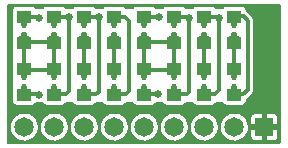
<source format=gtl>
G04 #@! TF.FileFunction,Copper,L1,Top,Signal*
%FSLAX46Y46*%
G04 Gerber Fmt 4.6, Leading zero omitted, Abs format (unit mm)*
G04 Created by KiCad (PCBNEW (2015-09-24 BZR 6212, Git 41e96e0)-product) date Fri 25 Sep 2015 09:42:02 AM CEST*
%MOMM*%
G01*
G04 APERTURE LIST*
%ADD10C,0.150000*%
%ADD11R,1.650000X1.650000*%
%ADD12C,1.650000*%
%ADD13R,1.300000X1.000000*%
%ADD14R,0.900000X0.800000*%
%ADD15R,0.600000X0.800000*%
%ADD16R,0.430000X0.280000*%
%ADD17C,0.635000*%
%ADD18C,0.300000*%
%ADD19C,0.200000*%
G04 APERTURE END LIST*
D10*
D11*
X101600000Y-91440000D03*
D12*
X99060000Y-91440000D03*
X96520000Y-91440000D03*
X93980000Y-91440000D03*
X91440000Y-91440000D03*
X88900000Y-91440000D03*
X86360000Y-91440000D03*
X83820000Y-91440000D03*
X81280000Y-91440000D03*
D13*
X96520000Y-86530000D03*
X96520000Y-88730000D03*
D14*
X96520000Y-86730000D03*
X96520000Y-88530000D03*
D15*
X96520000Y-86980000D03*
X96520000Y-88280000D03*
D16*
X96520000Y-87375000D03*
X96520000Y-87885000D03*
D13*
X83820000Y-86530000D03*
X83820000Y-88730000D03*
D14*
X83820000Y-86730000D03*
X83820000Y-88530000D03*
D15*
X83820000Y-86980000D03*
X83820000Y-88280000D03*
D16*
X83820000Y-87375000D03*
X83820000Y-87885000D03*
D13*
X86360000Y-86530000D03*
X86360000Y-88730000D03*
D14*
X86360000Y-86730000D03*
X86360000Y-88530000D03*
D15*
X86360000Y-86980000D03*
X86360000Y-88280000D03*
D16*
X86360000Y-87375000D03*
X86360000Y-87885000D03*
D13*
X88900000Y-86530000D03*
X88900000Y-88730000D03*
D14*
X88900000Y-86730000D03*
X88900000Y-88530000D03*
D15*
X88900000Y-86980000D03*
X88900000Y-88280000D03*
D16*
X88900000Y-87375000D03*
X88900000Y-87885000D03*
D13*
X91440000Y-86530000D03*
X91440000Y-88730000D03*
D14*
X91440000Y-86730000D03*
X91440000Y-88530000D03*
D15*
X91440000Y-86980000D03*
X91440000Y-88280000D03*
D16*
X91440000Y-87375000D03*
X91440000Y-87885000D03*
D13*
X93980000Y-86530000D03*
X93980000Y-88730000D03*
D14*
X93980000Y-86730000D03*
X93980000Y-88530000D03*
D15*
X93980000Y-86980000D03*
X93980000Y-88280000D03*
D16*
X93980000Y-87375000D03*
X93980000Y-87885000D03*
D13*
X99060000Y-86530000D03*
X99060000Y-88730000D03*
D14*
X99060000Y-86730000D03*
X99060000Y-88530000D03*
D15*
X99060000Y-86980000D03*
X99060000Y-88280000D03*
D16*
X99060000Y-87375000D03*
X99060000Y-87885000D03*
D13*
X96520000Y-82085000D03*
X96520000Y-84285000D03*
D14*
X96520000Y-82285000D03*
X96520000Y-84085000D03*
D15*
X96520000Y-82535000D03*
X96520000Y-83835000D03*
D16*
X96520000Y-82930000D03*
X96520000Y-83440000D03*
D13*
X99060000Y-82085000D03*
X99060000Y-84285000D03*
D14*
X99060000Y-82285000D03*
X99060000Y-84085000D03*
D15*
X99060000Y-82535000D03*
X99060000Y-83835000D03*
D16*
X99060000Y-82930000D03*
X99060000Y-83440000D03*
D13*
X81280000Y-86530000D03*
X81280000Y-88730000D03*
D14*
X81280000Y-86730000D03*
X81280000Y-88530000D03*
D15*
X81280000Y-86980000D03*
X81280000Y-88280000D03*
D16*
X81280000Y-87375000D03*
X81280000Y-87885000D03*
D13*
X86360000Y-82085000D03*
X86360000Y-84285000D03*
D14*
X86360000Y-82285000D03*
X86360000Y-84085000D03*
D15*
X86360000Y-82535000D03*
X86360000Y-83835000D03*
D16*
X86360000Y-82930000D03*
X86360000Y-83440000D03*
D13*
X88900000Y-82085000D03*
X88900000Y-84285000D03*
D14*
X88900000Y-82285000D03*
X88900000Y-84085000D03*
D15*
X88900000Y-82535000D03*
X88900000Y-83835000D03*
D16*
X88900000Y-82930000D03*
X88900000Y-83440000D03*
D13*
X81280000Y-82085000D03*
X81280000Y-84285000D03*
D14*
X81280000Y-82285000D03*
X81280000Y-84085000D03*
D15*
X81280000Y-82535000D03*
X81280000Y-83835000D03*
D16*
X81280000Y-82930000D03*
X81280000Y-83440000D03*
D13*
X83820000Y-82085000D03*
X83820000Y-84285000D03*
D14*
X83820000Y-82285000D03*
X83820000Y-84085000D03*
D15*
X83820000Y-82535000D03*
X83820000Y-83835000D03*
D16*
X83820000Y-82930000D03*
X83820000Y-83440000D03*
D13*
X91440000Y-82085000D03*
X91440000Y-84285000D03*
D14*
X91440000Y-82285000D03*
X91440000Y-84085000D03*
D15*
X91440000Y-82535000D03*
X91440000Y-83835000D03*
D16*
X91440000Y-82930000D03*
X91440000Y-83440000D03*
D13*
X93980000Y-82085000D03*
X93980000Y-84285000D03*
D14*
X93980000Y-82285000D03*
X93980000Y-84085000D03*
D15*
X93980000Y-82535000D03*
X93980000Y-83835000D03*
D16*
X93980000Y-82930000D03*
X93980000Y-83440000D03*
D17*
X81275000Y-84225000D03*
X83825000Y-84225000D03*
X91450000Y-84225000D03*
X86350000Y-84225000D03*
X88900000Y-84225000D03*
X93975000Y-84225000D03*
X99075000Y-84225000D03*
X96525000Y-84225000D03*
X82550000Y-82169000D03*
X82550000Y-88700000D03*
X85090000Y-82105500D03*
X87566500Y-82105500D03*
X88900000Y-88675000D03*
X92600000Y-88670000D03*
X92710000Y-82105500D03*
X95250000Y-82200000D03*
X97790000Y-82169000D03*
X99060000Y-88696800D03*
D18*
X91473020Y-86614000D02*
X91440000Y-86580980D01*
X93980000Y-86580980D02*
X93946980Y-86614000D01*
X81275000Y-84225000D02*
X81290980Y-84209020D01*
X81290980Y-84209020D02*
X81305000Y-84209020D01*
X83825000Y-84225000D02*
X83840980Y-84209020D01*
X83845000Y-84209020D02*
X83840980Y-84209020D01*
X91450000Y-84225000D02*
X91440000Y-84215000D01*
X91440000Y-84209020D02*
X91440000Y-84215000D01*
X94005000Y-84209020D02*
X93990980Y-84209020D01*
X93975000Y-84225000D02*
X93990980Y-84209020D01*
X99040980Y-84259020D02*
X99035000Y-84259020D01*
X99075000Y-84225000D02*
X99040980Y-84259020D01*
X91440000Y-84234020D02*
X93980000Y-84234020D01*
X81280000Y-84234020D02*
X83820000Y-84234020D01*
X99060000Y-86580980D02*
X99060000Y-84234020D01*
X96520000Y-86580980D02*
X96520000Y-84234020D01*
X93980000Y-86580980D02*
X93980000Y-84234020D01*
X91440000Y-86580980D02*
X91440000Y-84234020D01*
X88900000Y-86580980D02*
X88900000Y-84234020D01*
X86360000Y-86580980D02*
X86360000Y-84234020D01*
X83820000Y-86580980D02*
X83820000Y-84234020D01*
X81280000Y-86580980D02*
X81280000Y-84234020D01*
X81280000Y-86580980D02*
X83820000Y-86580980D01*
X91440000Y-86580980D02*
X93980000Y-86580980D01*
X82516980Y-82135980D02*
X81280000Y-82135980D01*
X82516980Y-82135980D02*
X82550000Y-82169000D01*
X82529020Y-88679020D02*
X82550000Y-88700000D01*
X81280000Y-88679020D02*
X82529020Y-88679020D01*
X85059520Y-82135980D02*
X83820000Y-82135980D01*
X85059520Y-82135980D02*
X85090000Y-82105500D01*
X84770980Y-88679020D02*
X85090000Y-88360000D01*
X85090000Y-88360000D02*
X85090000Y-82105500D01*
X83820000Y-88679020D02*
X84770980Y-88679020D01*
X87536020Y-82135980D02*
X86360000Y-82135980D01*
X87536020Y-82135980D02*
X87566500Y-82105500D01*
X87566500Y-88433500D02*
X87566500Y-82105500D01*
X87320980Y-88679020D02*
X87566500Y-88433500D01*
X86360000Y-88679020D02*
X87320980Y-88679020D01*
X88900000Y-88679020D02*
X89870980Y-88679020D01*
X89870980Y-88679020D02*
X90150000Y-88400000D01*
X90150000Y-88400000D02*
X90150000Y-82460000D01*
X90150000Y-82460000D02*
X89780000Y-82090000D01*
X89780000Y-82090000D02*
X88945980Y-82090000D01*
X88945980Y-82090000D02*
X88900000Y-82135980D01*
X88870980Y-88704020D02*
X88850000Y-88704020D01*
X88900000Y-88675000D02*
X88870980Y-88704020D01*
X92600000Y-88670000D02*
X91500000Y-88670000D01*
X91500000Y-88670000D02*
X91440000Y-88730000D01*
X92600000Y-88670000D02*
X92573200Y-88696800D01*
X91470480Y-82105500D02*
X91440000Y-82135980D01*
X92710000Y-82105500D02*
X91470480Y-82105500D01*
X95185980Y-82135980D02*
X95250000Y-82200000D01*
X93980000Y-82135980D02*
X95185980Y-82135980D01*
X95250000Y-88450000D02*
X95020980Y-88679020D01*
X95020980Y-88679020D02*
X93980000Y-88679020D01*
X95250000Y-82200000D02*
X95250000Y-88450000D01*
X97756980Y-82135980D02*
X97790000Y-82169000D01*
X97756980Y-82135980D02*
X96520000Y-82135980D01*
X97420980Y-88679020D02*
X97790000Y-88310000D01*
X97790000Y-88310000D02*
X97790000Y-82169000D01*
X96520000Y-88679020D02*
X97420980Y-88679020D01*
X99060000Y-82135980D02*
X99115980Y-82080000D01*
X99115980Y-82080000D02*
X99850000Y-82080000D01*
X99850000Y-82080000D02*
X100200000Y-82430000D01*
X100200000Y-82430000D02*
X100200000Y-88300000D01*
X100200000Y-88300000D02*
X99820980Y-88679020D01*
X99820980Y-88679020D02*
X99060000Y-88679020D01*
X99060000Y-88679020D02*
X99060000Y-88696800D01*
D19*
G36*
X102814349Y-81074613D02*
X102834120Y-81080582D01*
X102852348Y-81090274D01*
X102868350Y-81103325D01*
X102881514Y-81119238D01*
X102891335Y-81137402D01*
X102897440Y-81157124D01*
X102901400Y-81194799D01*
X102901400Y-92691662D01*
X102897587Y-92730550D01*
X102891618Y-92750320D01*
X102881925Y-92768550D01*
X102868876Y-92784549D01*
X102852962Y-92797714D01*
X102834798Y-92807535D01*
X102815076Y-92813640D01*
X102777401Y-92817600D01*
X80028338Y-92817600D01*
X79989450Y-92813787D01*
X79969680Y-92807818D01*
X79951450Y-92798125D01*
X79935451Y-92785076D01*
X79922286Y-92769162D01*
X79912465Y-92750998D01*
X79906360Y-92731276D01*
X79902400Y-92693601D01*
X79902400Y-91543001D01*
X80053390Y-91543001D01*
X80096757Y-91779289D01*
X80185193Y-92002654D01*
X80315331Y-92204588D01*
X80482212Y-92377398D01*
X80679480Y-92514503D01*
X80899623Y-92610681D01*
X81134253Y-92662268D01*
X81374436Y-92667299D01*
X81611021Y-92625583D01*
X81834997Y-92538708D01*
X82037834Y-92409984D01*
X82211806Y-92244313D01*
X82350285Y-92048006D01*
X82447997Y-91828541D01*
X82501221Y-91594276D01*
X82501936Y-91543001D01*
X82593390Y-91543001D01*
X82636757Y-91779289D01*
X82725193Y-92002654D01*
X82855331Y-92204588D01*
X83022212Y-92377398D01*
X83219480Y-92514503D01*
X83439623Y-92610681D01*
X83674253Y-92662268D01*
X83914436Y-92667299D01*
X84151021Y-92625583D01*
X84374997Y-92538708D01*
X84577834Y-92409984D01*
X84751806Y-92244313D01*
X84890285Y-92048006D01*
X84987997Y-91828541D01*
X85041221Y-91594276D01*
X85041936Y-91543001D01*
X85133390Y-91543001D01*
X85176757Y-91779289D01*
X85265193Y-92002654D01*
X85395331Y-92204588D01*
X85562212Y-92377398D01*
X85759480Y-92514503D01*
X85979623Y-92610681D01*
X86214253Y-92662268D01*
X86454436Y-92667299D01*
X86691021Y-92625583D01*
X86914997Y-92538708D01*
X87117834Y-92409984D01*
X87291806Y-92244313D01*
X87430285Y-92048006D01*
X87527997Y-91828541D01*
X87581221Y-91594276D01*
X87581936Y-91543001D01*
X87673390Y-91543001D01*
X87716757Y-91779289D01*
X87805193Y-92002654D01*
X87935331Y-92204588D01*
X88102212Y-92377398D01*
X88299480Y-92514503D01*
X88519623Y-92610681D01*
X88754253Y-92662268D01*
X88994436Y-92667299D01*
X89231021Y-92625583D01*
X89454997Y-92538708D01*
X89657834Y-92409984D01*
X89831806Y-92244313D01*
X89970285Y-92048006D01*
X90067997Y-91828541D01*
X90121221Y-91594276D01*
X90121936Y-91543001D01*
X90213390Y-91543001D01*
X90256757Y-91779289D01*
X90345193Y-92002654D01*
X90475331Y-92204588D01*
X90642212Y-92377398D01*
X90839480Y-92514503D01*
X91059623Y-92610681D01*
X91294253Y-92662268D01*
X91534436Y-92667299D01*
X91771021Y-92625583D01*
X91994997Y-92538708D01*
X92197834Y-92409984D01*
X92371806Y-92244313D01*
X92510285Y-92048006D01*
X92607997Y-91828541D01*
X92661221Y-91594276D01*
X92661936Y-91543001D01*
X92753390Y-91543001D01*
X92796757Y-91779289D01*
X92885193Y-92002654D01*
X93015331Y-92204588D01*
X93182212Y-92377398D01*
X93379480Y-92514503D01*
X93599623Y-92610681D01*
X93834253Y-92662268D01*
X94074436Y-92667299D01*
X94311021Y-92625583D01*
X94534997Y-92538708D01*
X94737834Y-92409984D01*
X94911806Y-92244313D01*
X95050285Y-92048006D01*
X95147997Y-91828541D01*
X95201221Y-91594276D01*
X95201936Y-91543001D01*
X95293390Y-91543001D01*
X95336757Y-91779289D01*
X95425193Y-92002654D01*
X95555331Y-92204588D01*
X95722212Y-92377398D01*
X95919480Y-92514503D01*
X96139623Y-92610681D01*
X96374253Y-92662268D01*
X96614436Y-92667299D01*
X96851021Y-92625583D01*
X97074997Y-92538708D01*
X97277834Y-92409984D01*
X97451806Y-92244313D01*
X97590285Y-92048006D01*
X97687997Y-91828541D01*
X97741221Y-91594276D01*
X97741936Y-91543001D01*
X97833390Y-91543001D01*
X97876757Y-91779289D01*
X97965193Y-92002654D01*
X98095331Y-92204588D01*
X98262212Y-92377398D01*
X98459480Y-92514503D01*
X98679623Y-92610681D01*
X98914253Y-92662268D01*
X99154436Y-92667299D01*
X99391021Y-92625583D01*
X99614997Y-92538708D01*
X99817834Y-92409984D01*
X99991806Y-92244313D01*
X100130285Y-92048006D01*
X100227997Y-91828541D01*
X100262313Y-91677499D01*
X100425000Y-91677499D01*
X100425000Y-92299472D01*
X100438450Y-92367091D01*
X100464834Y-92430787D01*
X100503137Y-92488112D01*
X100551888Y-92536863D01*
X100609213Y-92575166D01*
X100672909Y-92601550D01*
X100740528Y-92615000D01*
X101362501Y-92615000D01*
X101450001Y-92527500D01*
X101450001Y-91589999D01*
X101749999Y-91589999D01*
X101749999Y-92527500D01*
X101837499Y-92615000D01*
X102459472Y-92615000D01*
X102527091Y-92601550D01*
X102590787Y-92575166D01*
X102648112Y-92536863D01*
X102696863Y-92488112D01*
X102735166Y-92430787D01*
X102761550Y-92367091D01*
X102775000Y-92299472D01*
X102775000Y-91677499D01*
X102687500Y-91589999D01*
X101749999Y-91589999D01*
X101450001Y-91589999D01*
X100512500Y-91589999D01*
X100425000Y-91677499D01*
X100262313Y-91677499D01*
X100281221Y-91594276D01*
X100285052Y-91319883D01*
X100238390Y-91084223D01*
X100146844Y-90862115D01*
X100013900Y-90662018D01*
X99932977Y-90580528D01*
X100425000Y-90580528D01*
X100425000Y-91202501D01*
X100512500Y-91290001D01*
X101450001Y-91290001D01*
X101450001Y-90352500D01*
X101749999Y-90352500D01*
X101749999Y-91290001D01*
X102687500Y-91290001D01*
X102775000Y-91202501D01*
X102775000Y-90580528D01*
X102761550Y-90512909D01*
X102735166Y-90449213D01*
X102696863Y-90391888D01*
X102648112Y-90343137D01*
X102590787Y-90304834D01*
X102527091Y-90278450D01*
X102459472Y-90265000D01*
X101837499Y-90265000D01*
X101749999Y-90352500D01*
X101450001Y-90352500D01*
X101362501Y-90265000D01*
X100740528Y-90265000D01*
X100672909Y-90278450D01*
X100609213Y-90304834D01*
X100551888Y-90343137D01*
X100503137Y-90391888D01*
X100464834Y-90449213D01*
X100438450Y-90512909D01*
X100425000Y-90580528D01*
X99932977Y-90580528D01*
X99844622Y-90491554D01*
X99645459Y-90357217D01*
X99423995Y-90264122D01*
X99188667Y-90215816D01*
X98948438Y-90214139D01*
X98712458Y-90259155D01*
X98489716Y-90349148D01*
X98288696Y-90480692D01*
X98117055Y-90648775D01*
X97981330Y-90846996D01*
X97886692Y-91067805D01*
X97836744Y-91302790D01*
X97833390Y-91543001D01*
X97741936Y-91543001D01*
X97745052Y-91319883D01*
X97698390Y-91084223D01*
X97606844Y-90862115D01*
X97473900Y-90662018D01*
X97304622Y-90491554D01*
X97105459Y-90357217D01*
X96883995Y-90264122D01*
X96648667Y-90215816D01*
X96408438Y-90214139D01*
X96172458Y-90259155D01*
X95949716Y-90349148D01*
X95748696Y-90480692D01*
X95577055Y-90648775D01*
X95441330Y-90846996D01*
X95346692Y-91067805D01*
X95296744Y-91302790D01*
X95293390Y-91543001D01*
X95201936Y-91543001D01*
X95205052Y-91319883D01*
X95158390Y-91084223D01*
X95066844Y-90862115D01*
X94933900Y-90662018D01*
X94764622Y-90491554D01*
X94565459Y-90357217D01*
X94343995Y-90264122D01*
X94108667Y-90215816D01*
X93868438Y-90214139D01*
X93632458Y-90259155D01*
X93409716Y-90349148D01*
X93208696Y-90480692D01*
X93037055Y-90648775D01*
X92901330Y-90846996D01*
X92806692Y-91067805D01*
X92756744Y-91302790D01*
X92753390Y-91543001D01*
X92661936Y-91543001D01*
X92665052Y-91319883D01*
X92618390Y-91084223D01*
X92526844Y-90862115D01*
X92393900Y-90662018D01*
X92224622Y-90491554D01*
X92025459Y-90357217D01*
X91803995Y-90264122D01*
X91568667Y-90215816D01*
X91328438Y-90214139D01*
X91092458Y-90259155D01*
X90869716Y-90349148D01*
X90668696Y-90480692D01*
X90497055Y-90648775D01*
X90361330Y-90846996D01*
X90266692Y-91067805D01*
X90216744Y-91302790D01*
X90213390Y-91543001D01*
X90121936Y-91543001D01*
X90125052Y-91319883D01*
X90078390Y-91084223D01*
X89986844Y-90862115D01*
X89853900Y-90662018D01*
X89684622Y-90491554D01*
X89485459Y-90357217D01*
X89263995Y-90264122D01*
X89028667Y-90215816D01*
X88788438Y-90214139D01*
X88552458Y-90259155D01*
X88329716Y-90349148D01*
X88128696Y-90480692D01*
X87957055Y-90648775D01*
X87821330Y-90846996D01*
X87726692Y-91067805D01*
X87676744Y-91302790D01*
X87673390Y-91543001D01*
X87581936Y-91543001D01*
X87585052Y-91319883D01*
X87538390Y-91084223D01*
X87446844Y-90862115D01*
X87313900Y-90662018D01*
X87144622Y-90491554D01*
X86945459Y-90357217D01*
X86723995Y-90264122D01*
X86488667Y-90215816D01*
X86248438Y-90214139D01*
X86012458Y-90259155D01*
X85789716Y-90349148D01*
X85588696Y-90480692D01*
X85417055Y-90648775D01*
X85281330Y-90846996D01*
X85186692Y-91067805D01*
X85136744Y-91302790D01*
X85133390Y-91543001D01*
X85041936Y-91543001D01*
X85045052Y-91319883D01*
X84998390Y-91084223D01*
X84906844Y-90862115D01*
X84773900Y-90662018D01*
X84604622Y-90491554D01*
X84405459Y-90357217D01*
X84183995Y-90264122D01*
X83948667Y-90215816D01*
X83708438Y-90214139D01*
X83472458Y-90259155D01*
X83249716Y-90349148D01*
X83048696Y-90480692D01*
X82877055Y-90648775D01*
X82741330Y-90846996D01*
X82646692Y-91067805D01*
X82596744Y-91302790D01*
X82593390Y-91543001D01*
X82501936Y-91543001D01*
X82505052Y-91319883D01*
X82458390Y-91084223D01*
X82366844Y-90862115D01*
X82233900Y-90662018D01*
X82064622Y-90491554D01*
X81865459Y-90357217D01*
X81643995Y-90264122D01*
X81408667Y-90215816D01*
X81168438Y-90214139D01*
X80932458Y-90259155D01*
X80709716Y-90349148D01*
X80508696Y-90480692D01*
X80337055Y-90648775D01*
X80201330Y-90846996D01*
X80106692Y-91067805D01*
X80056744Y-91302790D01*
X80053390Y-91543001D01*
X79902400Y-91543001D01*
X79902400Y-81500000D01*
X80200000Y-81500000D01*
X80200000Y-89300000D01*
X80206839Y-89336346D01*
X80228319Y-89369727D01*
X80261094Y-89392121D01*
X80263793Y-89392668D01*
X80266602Y-89401738D01*
X80328835Y-89496179D01*
X80414914Y-89569543D01*
X80518024Y-89616022D01*
X80630000Y-89631935D01*
X81930000Y-89631935D01*
X81993698Y-89626855D01*
X82101738Y-89593398D01*
X82196179Y-89531165D01*
X82269543Y-89445086D01*
X82289866Y-89400000D01*
X82392316Y-89400000D01*
X82464634Y-89415900D01*
X82605312Y-89418847D01*
X82712199Y-89400000D01*
X82806064Y-89400000D01*
X82806602Y-89401738D01*
X82868835Y-89496179D01*
X82954914Y-89569543D01*
X83058024Y-89616022D01*
X83170000Y-89631935D01*
X84470000Y-89631935D01*
X84533698Y-89626855D01*
X84641738Y-89593398D01*
X84736179Y-89531165D01*
X84809543Y-89445086D01*
X84829866Y-89400000D01*
X85346064Y-89400000D01*
X85346602Y-89401738D01*
X85408835Y-89496179D01*
X85494914Y-89569543D01*
X85598024Y-89616022D01*
X85710000Y-89631935D01*
X87010000Y-89631935D01*
X87073698Y-89626855D01*
X87181738Y-89593398D01*
X87276179Y-89531165D01*
X87349543Y-89445086D01*
X87369866Y-89400000D01*
X87886064Y-89400000D01*
X87886602Y-89401738D01*
X87948835Y-89496179D01*
X88034914Y-89569543D01*
X88138024Y-89616022D01*
X88250000Y-89631935D01*
X89550000Y-89631935D01*
X89613698Y-89626855D01*
X89721738Y-89593398D01*
X89816179Y-89531165D01*
X89889543Y-89445086D01*
X89909866Y-89400000D01*
X90426064Y-89400000D01*
X90426602Y-89401738D01*
X90488835Y-89496179D01*
X90574914Y-89569543D01*
X90678024Y-89616022D01*
X90790000Y-89631935D01*
X92090000Y-89631935D01*
X92153698Y-89626855D01*
X92261738Y-89593398D01*
X92356179Y-89531165D01*
X92429543Y-89445086D01*
X92449866Y-89400000D01*
X92966064Y-89400000D01*
X92966602Y-89401738D01*
X93028835Y-89496179D01*
X93114914Y-89569543D01*
X93218024Y-89616022D01*
X93330000Y-89631935D01*
X94630000Y-89631935D01*
X94693698Y-89626855D01*
X94801738Y-89593398D01*
X94896179Y-89531165D01*
X94969543Y-89445086D01*
X94989866Y-89400000D01*
X95506064Y-89400000D01*
X95506602Y-89401738D01*
X95568835Y-89496179D01*
X95654914Y-89569543D01*
X95758024Y-89616022D01*
X95870000Y-89631935D01*
X97170000Y-89631935D01*
X97233698Y-89626855D01*
X97341738Y-89593398D01*
X97436179Y-89531165D01*
X97509543Y-89445086D01*
X97529866Y-89400000D01*
X98046064Y-89400000D01*
X98046602Y-89401738D01*
X98108835Y-89496179D01*
X98194914Y-89569543D01*
X98298024Y-89616022D01*
X98410000Y-89631935D01*
X99710000Y-89631935D01*
X99773698Y-89626855D01*
X99881738Y-89593398D01*
X99976179Y-89531165D01*
X100049543Y-89445086D01*
X100096022Y-89341976D01*
X100111935Y-89230000D01*
X100111935Y-89144744D01*
X100120532Y-89140288D01*
X100122790Y-89138486D01*
X100125345Y-89137127D01*
X100164755Y-89104985D01*
X100204421Y-89073320D01*
X100208446Y-89069352D01*
X100208529Y-89069284D01*
X100208592Y-89069207D01*
X100209889Y-89067929D01*
X100588909Y-88688909D01*
X100621150Y-88649657D01*
X100653812Y-88610732D01*
X100655207Y-88608195D01*
X100657041Y-88605962D01*
X100681032Y-88561218D01*
X100705524Y-88516668D01*
X100706399Y-88513909D01*
X100707765Y-88511362D01*
X100722619Y-88462779D01*
X100737981Y-88414351D01*
X100738303Y-88411478D01*
X100739149Y-88408712D01*
X100744288Y-88358125D01*
X100749946Y-88307679D01*
X100749986Y-88302031D01*
X100749997Y-88301920D01*
X100749987Y-88301817D01*
X100750000Y-88300000D01*
X100750000Y-82430000D01*
X100745042Y-82379434D01*
X100740614Y-82328827D01*
X100739807Y-82326050D01*
X100739525Y-82323171D01*
X100724838Y-82274524D01*
X100710667Y-82225748D01*
X100709336Y-82223181D01*
X100708500Y-82220411D01*
X100684642Y-82175540D01*
X100661269Y-82130449D01*
X100659465Y-82128189D01*
X100658107Y-82125635D01*
X100625975Y-82086237D01*
X100594301Y-82046560D01*
X100590332Y-82042534D01*
X100590264Y-82042451D01*
X100590187Y-82042388D01*
X100588909Y-82041091D01*
X100238909Y-81691091D01*
X100199657Y-81658850D01*
X100160732Y-81626188D01*
X100158195Y-81624793D01*
X100155962Y-81622959D01*
X100111935Y-81599351D01*
X100111935Y-81585000D01*
X100106855Y-81521302D01*
X100073398Y-81413262D01*
X100011165Y-81318821D01*
X99925086Y-81245457D01*
X99821976Y-81198978D01*
X99710000Y-81183065D01*
X98410000Y-81183065D01*
X98346302Y-81188145D01*
X98238262Y-81221602D01*
X98143821Y-81283835D01*
X98070457Y-81369914D01*
X98056895Y-81400000D01*
X97524659Y-81400000D01*
X97471165Y-81318821D01*
X97385086Y-81245457D01*
X97281976Y-81198978D01*
X97170000Y-81183065D01*
X95870000Y-81183065D01*
X95806302Y-81188145D01*
X95698262Y-81221602D01*
X95603821Y-81283835D01*
X95530457Y-81369914D01*
X95516895Y-81400000D01*
X94984659Y-81400000D01*
X94931165Y-81318821D01*
X94845086Y-81245457D01*
X94741976Y-81198978D01*
X94630000Y-81183065D01*
X93330000Y-81183065D01*
X93266302Y-81188145D01*
X93158262Y-81221602D01*
X93063821Y-81283835D01*
X92990457Y-81369914D01*
X92976895Y-81400000D01*
X92841494Y-81400000D01*
X92785362Y-81388478D01*
X92644656Y-81387495D01*
X92579102Y-81400000D01*
X92444659Y-81400000D01*
X92391165Y-81318821D01*
X92305086Y-81245457D01*
X92201976Y-81198978D01*
X92090000Y-81183065D01*
X90790000Y-81183065D01*
X90726302Y-81188145D01*
X90618262Y-81221602D01*
X90523821Y-81283835D01*
X90450457Y-81369914D01*
X90436895Y-81400000D01*
X89904659Y-81400000D01*
X89851165Y-81318821D01*
X89765086Y-81245457D01*
X89661976Y-81198978D01*
X89550000Y-81183065D01*
X88250000Y-81183065D01*
X88186302Y-81188145D01*
X88078262Y-81221602D01*
X87983821Y-81283835D01*
X87910457Y-81369914D01*
X87896895Y-81400000D01*
X87697994Y-81400000D01*
X87641862Y-81388478D01*
X87501156Y-81387495D01*
X87435602Y-81400000D01*
X87364659Y-81400000D01*
X87311165Y-81318821D01*
X87225086Y-81245457D01*
X87121976Y-81198978D01*
X87010000Y-81183065D01*
X85710000Y-81183065D01*
X85646302Y-81188145D01*
X85538262Y-81221602D01*
X85443821Y-81283835D01*
X85370457Y-81369914D01*
X85356895Y-81400000D01*
X85221494Y-81400000D01*
X85165362Y-81388478D01*
X85024656Y-81387495D01*
X84959102Y-81400000D01*
X84824659Y-81400000D01*
X84771165Y-81318821D01*
X84685086Y-81245457D01*
X84581976Y-81198978D01*
X84470000Y-81183065D01*
X83170000Y-81183065D01*
X83106302Y-81188145D01*
X82998262Y-81221602D01*
X82903821Y-81283835D01*
X82830457Y-81369914D01*
X82816895Y-81400000D01*
X82284659Y-81400000D01*
X82231165Y-81318821D01*
X82145086Y-81245457D01*
X82041976Y-81198978D01*
X81930000Y-81183065D01*
X80630000Y-81183065D01*
X80566302Y-81188145D01*
X80458262Y-81221602D01*
X80363821Y-81283835D01*
X80290457Y-81369914D01*
X80274754Y-81404750D01*
X80263654Y-81406839D01*
X80230273Y-81428319D01*
X80207879Y-81461094D01*
X80200000Y-81500000D01*
X79902400Y-81500000D01*
X79902400Y-81196738D01*
X79906213Y-81157851D01*
X79912182Y-81138080D01*
X79921874Y-81119852D01*
X79934925Y-81103850D01*
X79950838Y-81090686D01*
X79969002Y-81080865D01*
X79988724Y-81074760D01*
X80026399Y-81070800D01*
X102775462Y-81070800D01*
X102814349Y-81074613D01*
X102814349Y-81074613D01*
G37*
X102814349Y-81074613D02*
X102834120Y-81080582D01*
X102852348Y-81090274D01*
X102868350Y-81103325D01*
X102881514Y-81119238D01*
X102891335Y-81137402D01*
X102897440Y-81157124D01*
X102901400Y-81194799D01*
X102901400Y-92691662D01*
X102897587Y-92730550D01*
X102891618Y-92750320D01*
X102881925Y-92768550D01*
X102868876Y-92784549D01*
X102852962Y-92797714D01*
X102834798Y-92807535D01*
X102815076Y-92813640D01*
X102777401Y-92817600D01*
X80028338Y-92817600D01*
X79989450Y-92813787D01*
X79969680Y-92807818D01*
X79951450Y-92798125D01*
X79935451Y-92785076D01*
X79922286Y-92769162D01*
X79912465Y-92750998D01*
X79906360Y-92731276D01*
X79902400Y-92693601D01*
X79902400Y-91543001D01*
X80053390Y-91543001D01*
X80096757Y-91779289D01*
X80185193Y-92002654D01*
X80315331Y-92204588D01*
X80482212Y-92377398D01*
X80679480Y-92514503D01*
X80899623Y-92610681D01*
X81134253Y-92662268D01*
X81374436Y-92667299D01*
X81611021Y-92625583D01*
X81834997Y-92538708D01*
X82037834Y-92409984D01*
X82211806Y-92244313D01*
X82350285Y-92048006D01*
X82447997Y-91828541D01*
X82501221Y-91594276D01*
X82501936Y-91543001D01*
X82593390Y-91543001D01*
X82636757Y-91779289D01*
X82725193Y-92002654D01*
X82855331Y-92204588D01*
X83022212Y-92377398D01*
X83219480Y-92514503D01*
X83439623Y-92610681D01*
X83674253Y-92662268D01*
X83914436Y-92667299D01*
X84151021Y-92625583D01*
X84374997Y-92538708D01*
X84577834Y-92409984D01*
X84751806Y-92244313D01*
X84890285Y-92048006D01*
X84987997Y-91828541D01*
X85041221Y-91594276D01*
X85041936Y-91543001D01*
X85133390Y-91543001D01*
X85176757Y-91779289D01*
X85265193Y-92002654D01*
X85395331Y-92204588D01*
X85562212Y-92377398D01*
X85759480Y-92514503D01*
X85979623Y-92610681D01*
X86214253Y-92662268D01*
X86454436Y-92667299D01*
X86691021Y-92625583D01*
X86914997Y-92538708D01*
X87117834Y-92409984D01*
X87291806Y-92244313D01*
X87430285Y-92048006D01*
X87527997Y-91828541D01*
X87581221Y-91594276D01*
X87581936Y-91543001D01*
X87673390Y-91543001D01*
X87716757Y-91779289D01*
X87805193Y-92002654D01*
X87935331Y-92204588D01*
X88102212Y-92377398D01*
X88299480Y-92514503D01*
X88519623Y-92610681D01*
X88754253Y-92662268D01*
X88994436Y-92667299D01*
X89231021Y-92625583D01*
X89454997Y-92538708D01*
X89657834Y-92409984D01*
X89831806Y-92244313D01*
X89970285Y-92048006D01*
X90067997Y-91828541D01*
X90121221Y-91594276D01*
X90121936Y-91543001D01*
X90213390Y-91543001D01*
X90256757Y-91779289D01*
X90345193Y-92002654D01*
X90475331Y-92204588D01*
X90642212Y-92377398D01*
X90839480Y-92514503D01*
X91059623Y-92610681D01*
X91294253Y-92662268D01*
X91534436Y-92667299D01*
X91771021Y-92625583D01*
X91994997Y-92538708D01*
X92197834Y-92409984D01*
X92371806Y-92244313D01*
X92510285Y-92048006D01*
X92607997Y-91828541D01*
X92661221Y-91594276D01*
X92661936Y-91543001D01*
X92753390Y-91543001D01*
X92796757Y-91779289D01*
X92885193Y-92002654D01*
X93015331Y-92204588D01*
X93182212Y-92377398D01*
X93379480Y-92514503D01*
X93599623Y-92610681D01*
X93834253Y-92662268D01*
X94074436Y-92667299D01*
X94311021Y-92625583D01*
X94534997Y-92538708D01*
X94737834Y-92409984D01*
X94911806Y-92244313D01*
X95050285Y-92048006D01*
X95147997Y-91828541D01*
X95201221Y-91594276D01*
X95201936Y-91543001D01*
X95293390Y-91543001D01*
X95336757Y-91779289D01*
X95425193Y-92002654D01*
X95555331Y-92204588D01*
X95722212Y-92377398D01*
X95919480Y-92514503D01*
X96139623Y-92610681D01*
X96374253Y-92662268D01*
X96614436Y-92667299D01*
X96851021Y-92625583D01*
X97074997Y-92538708D01*
X97277834Y-92409984D01*
X97451806Y-92244313D01*
X97590285Y-92048006D01*
X97687997Y-91828541D01*
X97741221Y-91594276D01*
X97741936Y-91543001D01*
X97833390Y-91543001D01*
X97876757Y-91779289D01*
X97965193Y-92002654D01*
X98095331Y-92204588D01*
X98262212Y-92377398D01*
X98459480Y-92514503D01*
X98679623Y-92610681D01*
X98914253Y-92662268D01*
X99154436Y-92667299D01*
X99391021Y-92625583D01*
X99614997Y-92538708D01*
X99817834Y-92409984D01*
X99991806Y-92244313D01*
X100130285Y-92048006D01*
X100227997Y-91828541D01*
X100262313Y-91677499D01*
X100425000Y-91677499D01*
X100425000Y-92299472D01*
X100438450Y-92367091D01*
X100464834Y-92430787D01*
X100503137Y-92488112D01*
X100551888Y-92536863D01*
X100609213Y-92575166D01*
X100672909Y-92601550D01*
X100740528Y-92615000D01*
X101362501Y-92615000D01*
X101450001Y-92527500D01*
X101450001Y-91589999D01*
X101749999Y-91589999D01*
X101749999Y-92527500D01*
X101837499Y-92615000D01*
X102459472Y-92615000D01*
X102527091Y-92601550D01*
X102590787Y-92575166D01*
X102648112Y-92536863D01*
X102696863Y-92488112D01*
X102735166Y-92430787D01*
X102761550Y-92367091D01*
X102775000Y-92299472D01*
X102775000Y-91677499D01*
X102687500Y-91589999D01*
X101749999Y-91589999D01*
X101450001Y-91589999D01*
X100512500Y-91589999D01*
X100425000Y-91677499D01*
X100262313Y-91677499D01*
X100281221Y-91594276D01*
X100285052Y-91319883D01*
X100238390Y-91084223D01*
X100146844Y-90862115D01*
X100013900Y-90662018D01*
X99932977Y-90580528D01*
X100425000Y-90580528D01*
X100425000Y-91202501D01*
X100512500Y-91290001D01*
X101450001Y-91290001D01*
X101450001Y-90352500D01*
X101749999Y-90352500D01*
X101749999Y-91290001D01*
X102687500Y-91290001D01*
X102775000Y-91202501D01*
X102775000Y-90580528D01*
X102761550Y-90512909D01*
X102735166Y-90449213D01*
X102696863Y-90391888D01*
X102648112Y-90343137D01*
X102590787Y-90304834D01*
X102527091Y-90278450D01*
X102459472Y-90265000D01*
X101837499Y-90265000D01*
X101749999Y-90352500D01*
X101450001Y-90352500D01*
X101362501Y-90265000D01*
X100740528Y-90265000D01*
X100672909Y-90278450D01*
X100609213Y-90304834D01*
X100551888Y-90343137D01*
X100503137Y-90391888D01*
X100464834Y-90449213D01*
X100438450Y-90512909D01*
X100425000Y-90580528D01*
X99932977Y-90580528D01*
X99844622Y-90491554D01*
X99645459Y-90357217D01*
X99423995Y-90264122D01*
X99188667Y-90215816D01*
X98948438Y-90214139D01*
X98712458Y-90259155D01*
X98489716Y-90349148D01*
X98288696Y-90480692D01*
X98117055Y-90648775D01*
X97981330Y-90846996D01*
X97886692Y-91067805D01*
X97836744Y-91302790D01*
X97833390Y-91543001D01*
X97741936Y-91543001D01*
X97745052Y-91319883D01*
X97698390Y-91084223D01*
X97606844Y-90862115D01*
X97473900Y-90662018D01*
X97304622Y-90491554D01*
X97105459Y-90357217D01*
X96883995Y-90264122D01*
X96648667Y-90215816D01*
X96408438Y-90214139D01*
X96172458Y-90259155D01*
X95949716Y-90349148D01*
X95748696Y-90480692D01*
X95577055Y-90648775D01*
X95441330Y-90846996D01*
X95346692Y-91067805D01*
X95296744Y-91302790D01*
X95293390Y-91543001D01*
X95201936Y-91543001D01*
X95205052Y-91319883D01*
X95158390Y-91084223D01*
X95066844Y-90862115D01*
X94933900Y-90662018D01*
X94764622Y-90491554D01*
X94565459Y-90357217D01*
X94343995Y-90264122D01*
X94108667Y-90215816D01*
X93868438Y-90214139D01*
X93632458Y-90259155D01*
X93409716Y-90349148D01*
X93208696Y-90480692D01*
X93037055Y-90648775D01*
X92901330Y-90846996D01*
X92806692Y-91067805D01*
X92756744Y-91302790D01*
X92753390Y-91543001D01*
X92661936Y-91543001D01*
X92665052Y-91319883D01*
X92618390Y-91084223D01*
X92526844Y-90862115D01*
X92393900Y-90662018D01*
X92224622Y-90491554D01*
X92025459Y-90357217D01*
X91803995Y-90264122D01*
X91568667Y-90215816D01*
X91328438Y-90214139D01*
X91092458Y-90259155D01*
X90869716Y-90349148D01*
X90668696Y-90480692D01*
X90497055Y-90648775D01*
X90361330Y-90846996D01*
X90266692Y-91067805D01*
X90216744Y-91302790D01*
X90213390Y-91543001D01*
X90121936Y-91543001D01*
X90125052Y-91319883D01*
X90078390Y-91084223D01*
X89986844Y-90862115D01*
X89853900Y-90662018D01*
X89684622Y-90491554D01*
X89485459Y-90357217D01*
X89263995Y-90264122D01*
X89028667Y-90215816D01*
X88788438Y-90214139D01*
X88552458Y-90259155D01*
X88329716Y-90349148D01*
X88128696Y-90480692D01*
X87957055Y-90648775D01*
X87821330Y-90846996D01*
X87726692Y-91067805D01*
X87676744Y-91302790D01*
X87673390Y-91543001D01*
X87581936Y-91543001D01*
X87585052Y-91319883D01*
X87538390Y-91084223D01*
X87446844Y-90862115D01*
X87313900Y-90662018D01*
X87144622Y-90491554D01*
X86945459Y-90357217D01*
X86723995Y-90264122D01*
X86488667Y-90215816D01*
X86248438Y-90214139D01*
X86012458Y-90259155D01*
X85789716Y-90349148D01*
X85588696Y-90480692D01*
X85417055Y-90648775D01*
X85281330Y-90846996D01*
X85186692Y-91067805D01*
X85136744Y-91302790D01*
X85133390Y-91543001D01*
X85041936Y-91543001D01*
X85045052Y-91319883D01*
X84998390Y-91084223D01*
X84906844Y-90862115D01*
X84773900Y-90662018D01*
X84604622Y-90491554D01*
X84405459Y-90357217D01*
X84183995Y-90264122D01*
X83948667Y-90215816D01*
X83708438Y-90214139D01*
X83472458Y-90259155D01*
X83249716Y-90349148D01*
X83048696Y-90480692D01*
X82877055Y-90648775D01*
X82741330Y-90846996D01*
X82646692Y-91067805D01*
X82596744Y-91302790D01*
X82593390Y-91543001D01*
X82501936Y-91543001D01*
X82505052Y-91319883D01*
X82458390Y-91084223D01*
X82366844Y-90862115D01*
X82233900Y-90662018D01*
X82064622Y-90491554D01*
X81865459Y-90357217D01*
X81643995Y-90264122D01*
X81408667Y-90215816D01*
X81168438Y-90214139D01*
X80932458Y-90259155D01*
X80709716Y-90349148D01*
X80508696Y-90480692D01*
X80337055Y-90648775D01*
X80201330Y-90846996D01*
X80106692Y-91067805D01*
X80056744Y-91302790D01*
X80053390Y-91543001D01*
X79902400Y-91543001D01*
X79902400Y-81500000D01*
X80200000Y-81500000D01*
X80200000Y-89300000D01*
X80206839Y-89336346D01*
X80228319Y-89369727D01*
X80261094Y-89392121D01*
X80263793Y-89392668D01*
X80266602Y-89401738D01*
X80328835Y-89496179D01*
X80414914Y-89569543D01*
X80518024Y-89616022D01*
X80630000Y-89631935D01*
X81930000Y-89631935D01*
X81993698Y-89626855D01*
X82101738Y-89593398D01*
X82196179Y-89531165D01*
X82269543Y-89445086D01*
X82289866Y-89400000D01*
X82392316Y-89400000D01*
X82464634Y-89415900D01*
X82605312Y-89418847D01*
X82712199Y-89400000D01*
X82806064Y-89400000D01*
X82806602Y-89401738D01*
X82868835Y-89496179D01*
X82954914Y-89569543D01*
X83058024Y-89616022D01*
X83170000Y-89631935D01*
X84470000Y-89631935D01*
X84533698Y-89626855D01*
X84641738Y-89593398D01*
X84736179Y-89531165D01*
X84809543Y-89445086D01*
X84829866Y-89400000D01*
X85346064Y-89400000D01*
X85346602Y-89401738D01*
X85408835Y-89496179D01*
X85494914Y-89569543D01*
X85598024Y-89616022D01*
X85710000Y-89631935D01*
X87010000Y-89631935D01*
X87073698Y-89626855D01*
X87181738Y-89593398D01*
X87276179Y-89531165D01*
X87349543Y-89445086D01*
X87369866Y-89400000D01*
X87886064Y-89400000D01*
X87886602Y-89401738D01*
X87948835Y-89496179D01*
X88034914Y-89569543D01*
X88138024Y-89616022D01*
X88250000Y-89631935D01*
X89550000Y-89631935D01*
X89613698Y-89626855D01*
X89721738Y-89593398D01*
X89816179Y-89531165D01*
X89889543Y-89445086D01*
X89909866Y-89400000D01*
X90426064Y-89400000D01*
X90426602Y-89401738D01*
X90488835Y-89496179D01*
X90574914Y-89569543D01*
X90678024Y-89616022D01*
X90790000Y-89631935D01*
X92090000Y-89631935D01*
X92153698Y-89626855D01*
X92261738Y-89593398D01*
X92356179Y-89531165D01*
X92429543Y-89445086D01*
X92449866Y-89400000D01*
X92966064Y-89400000D01*
X92966602Y-89401738D01*
X93028835Y-89496179D01*
X93114914Y-89569543D01*
X93218024Y-89616022D01*
X93330000Y-89631935D01*
X94630000Y-89631935D01*
X94693698Y-89626855D01*
X94801738Y-89593398D01*
X94896179Y-89531165D01*
X94969543Y-89445086D01*
X94989866Y-89400000D01*
X95506064Y-89400000D01*
X95506602Y-89401738D01*
X95568835Y-89496179D01*
X95654914Y-89569543D01*
X95758024Y-89616022D01*
X95870000Y-89631935D01*
X97170000Y-89631935D01*
X97233698Y-89626855D01*
X97341738Y-89593398D01*
X97436179Y-89531165D01*
X97509543Y-89445086D01*
X97529866Y-89400000D01*
X98046064Y-89400000D01*
X98046602Y-89401738D01*
X98108835Y-89496179D01*
X98194914Y-89569543D01*
X98298024Y-89616022D01*
X98410000Y-89631935D01*
X99710000Y-89631935D01*
X99773698Y-89626855D01*
X99881738Y-89593398D01*
X99976179Y-89531165D01*
X100049543Y-89445086D01*
X100096022Y-89341976D01*
X100111935Y-89230000D01*
X100111935Y-89144744D01*
X100120532Y-89140288D01*
X100122790Y-89138486D01*
X100125345Y-89137127D01*
X100164755Y-89104985D01*
X100204421Y-89073320D01*
X100208446Y-89069352D01*
X100208529Y-89069284D01*
X100208592Y-89069207D01*
X100209889Y-89067929D01*
X100588909Y-88688909D01*
X100621150Y-88649657D01*
X100653812Y-88610732D01*
X100655207Y-88608195D01*
X100657041Y-88605962D01*
X100681032Y-88561218D01*
X100705524Y-88516668D01*
X100706399Y-88513909D01*
X100707765Y-88511362D01*
X100722619Y-88462779D01*
X100737981Y-88414351D01*
X100738303Y-88411478D01*
X100739149Y-88408712D01*
X100744288Y-88358125D01*
X100749946Y-88307679D01*
X100749986Y-88302031D01*
X100749997Y-88301920D01*
X100749987Y-88301817D01*
X100750000Y-88300000D01*
X100750000Y-82430000D01*
X100745042Y-82379434D01*
X100740614Y-82328827D01*
X100739807Y-82326050D01*
X100739525Y-82323171D01*
X100724838Y-82274524D01*
X100710667Y-82225748D01*
X100709336Y-82223181D01*
X100708500Y-82220411D01*
X100684642Y-82175540D01*
X100661269Y-82130449D01*
X100659465Y-82128189D01*
X100658107Y-82125635D01*
X100625975Y-82086237D01*
X100594301Y-82046560D01*
X100590332Y-82042534D01*
X100590264Y-82042451D01*
X100590187Y-82042388D01*
X100588909Y-82041091D01*
X100238909Y-81691091D01*
X100199657Y-81658850D01*
X100160732Y-81626188D01*
X100158195Y-81624793D01*
X100155962Y-81622959D01*
X100111935Y-81599351D01*
X100111935Y-81585000D01*
X100106855Y-81521302D01*
X100073398Y-81413262D01*
X100011165Y-81318821D01*
X99925086Y-81245457D01*
X99821976Y-81198978D01*
X99710000Y-81183065D01*
X98410000Y-81183065D01*
X98346302Y-81188145D01*
X98238262Y-81221602D01*
X98143821Y-81283835D01*
X98070457Y-81369914D01*
X98056895Y-81400000D01*
X97524659Y-81400000D01*
X97471165Y-81318821D01*
X97385086Y-81245457D01*
X97281976Y-81198978D01*
X97170000Y-81183065D01*
X95870000Y-81183065D01*
X95806302Y-81188145D01*
X95698262Y-81221602D01*
X95603821Y-81283835D01*
X95530457Y-81369914D01*
X95516895Y-81400000D01*
X94984659Y-81400000D01*
X94931165Y-81318821D01*
X94845086Y-81245457D01*
X94741976Y-81198978D01*
X94630000Y-81183065D01*
X93330000Y-81183065D01*
X93266302Y-81188145D01*
X93158262Y-81221602D01*
X93063821Y-81283835D01*
X92990457Y-81369914D01*
X92976895Y-81400000D01*
X92841494Y-81400000D01*
X92785362Y-81388478D01*
X92644656Y-81387495D01*
X92579102Y-81400000D01*
X92444659Y-81400000D01*
X92391165Y-81318821D01*
X92305086Y-81245457D01*
X92201976Y-81198978D01*
X92090000Y-81183065D01*
X90790000Y-81183065D01*
X90726302Y-81188145D01*
X90618262Y-81221602D01*
X90523821Y-81283835D01*
X90450457Y-81369914D01*
X90436895Y-81400000D01*
X89904659Y-81400000D01*
X89851165Y-81318821D01*
X89765086Y-81245457D01*
X89661976Y-81198978D01*
X89550000Y-81183065D01*
X88250000Y-81183065D01*
X88186302Y-81188145D01*
X88078262Y-81221602D01*
X87983821Y-81283835D01*
X87910457Y-81369914D01*
X87896895Y-81400000D01*
X87697994Y-81400000D01*
X87641862Y-81388478D01*
X87501156Y-81387495D01*
X87435602Y-81400000D01*
X87364659Y-81400000D01*
X87311165Y-81318821D01*
X87225086Y-81245457D01*
X87121976Y-81198978D01*
X87010000Y-81183065D01*
X85710000Y-81183065D01*
X85646302Y-81188145D01*
X85538262Y-81221602D01*
X85443821Y-81283835D01*
X85370457Y-81369914D01*
X85356895Y-81400000D01*
X85221494Y-81400000D01*
X85165362Y-81388478D01*
X85024656Y-81387495D01*
X84959102Y-81400000D01*
X84824659Y-81400000D01*
X84771165Y-81318821D01*
X84685086Y-81245457D01*
X84581976Y-81198978D01*
X84470000Y-81183065D01*
X83170000Y-81183065D01*
X83106302Y-81188145D01*
X82998262Y-81221602D01*
X82903821Y-81283835D01*
X82830457Y-81369914D01*
X82816895Y-81400000D01*
X82284659Y-81400000D01*
X82231165Y-81318821D01*
X82145086Y-81245457D01*
X82041976Y-81198978D01*
X81930000Y-81183065D01*
X80630000Y-81183065D01*
X80566302Y-81188145D01*
X80458262Y-81221602D01*
X80363821Y-81283835D01*
X80290457Y-81369914D01*
X80274754Y-81404750D01*
X80263654Y-81406839D01*
X80230273Y-81428319D01*
X80207879Y-81461094D01*
X80200000Y-81500000D01*
X79902400Y-81500000D01*
X79902400Y-81196738D01*
X79906213Y-81157851D01*
X79912182Y-81138080D01*
X79921874Y-81119852D01*
X79934925Y-81103850D01*
X79950838Y-81090686D01*
X79969002Y-81080865D01*
X79988724Y-81074760D01*
X80026399Y-81070800D01*
X102775462Y-81070800D01*
X102814349Y-81074613D01*
M02*

</source>
